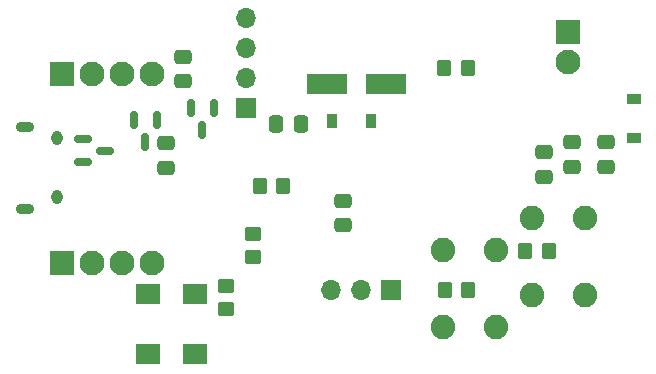
<source format=gbr>
%TF.GenerationSoftware,KiCad,Pcbnew,6.0.11-2627ca5db0~126~ubuntu22.04.1*%
%TF.CreationDate,2023-03-06T02:01:17-05:00*%
%TF.ProjectId,canbus-kline-bridge,63616e62-7573-42d6-9b6c-696e652d6272,1.0*%
%TF.SameCoordinates,Original*%
%TF.FileFunction,Soldermask,Bot*%
%TF.FilePolarity,Negative*%
%FSLAX46Y46*%
G04 Gerber Fmt 4.6, Leading zero omitted, Abs format (unit mm)*
G04 Created by KiCad (PCBNEW 6.0.11-2627ca5db0~126~ubuntu22.04.1) date 2023-03-06 02:01:17*
%MOMM*%
%LPD*%
G01*
G04 APERTURE LIST*
G04 Aperture macros list*
%AMRoundRect*
0 Rectangle with rounded corners*
0 $1 Rounding radius*
0 $2 $3 $4 $5 $6 $7 $8 $9 X,Y pos of 4 corners*
0 Add a 4 corners polygon primitive as box body*
4,1,4,$2,$3,$4,$5,$6,$7,$8,$9,$2,$3,0*
0 Add four circle primitives for the rounded corners*
1,1,$1+$1,$2,$3*
1,1,$1+$1,$4,$5*
1,1,$1+$1,$6,$7*
1,1,$1+$1,$8,$9*
0 Add four rect primitives between the rounded corners*
20,1,$1+$1,$2,$3,$4,$5,0*
20,1,$1+$1,$4,$5,$6,$7,0*
20,1,$1+$1,$6,$7,$8,$9,0*
20,1,$1+$1,$8,$9,$2,$3,0*%
G04 Aperture macros list end*
%ADD10RoundRect,0.250000X0.450000X-0.350000X0.450000X0.350000X-0.450000X0.350000X-0.450000X-0.350000X0*%
%ADD11RoundRect,0.250000X-0.350000X-0.450000X0.350000X-0.450000X0.350000X0.450000X-0.350000X0.450000X0*%
%ADD12R,2.000000X1.800000*%
%ADD13RoundRect,0.250000X-0.450000X0.350000X-0.450000X-0.350000X0.450000X-0.350000X0.450000X0.350000X0*%
%ADD14R,1.700000X1.700000*%
%ADD15O,1.700000X1.700000*%
%ADD16R,2.100000X2.100000*%
%ADD17C,2.100000*%
%ADD18R,1.200000X0.900000*%
%ADD19R,0.900000X1.200000*%
%ADD20R,3.500000X1.800000*%
%ADD21RoundRect,0.250000X-0.475000X0.337500X-0.475000X-0.337500X0.475000X-0.337500X0.475000X0.337500X0*%
%ADD22RoundRect,0.250000X0.475000X-0.337500X0.475000X0.337500X-0.475000X0.337500X-0.475000X-0.337500X0*%
%ADD23C,2.082800*%
%ADD24O,0.950000X1.250000*%
%ADD25O,1.550000X0.890000*%
%ADD26RoundRect,0.250000X-0.337500X-0.475000X0.337500X-0.475000X0.337500X0.475000X-0.337500X0.475000X0*%
%ADD27RoundRect,0.150000X-0.150000X0.587500X-0.150000X-0.587500X0.150000X-0.587500X0.150000X0.587500X0*%
%ADD28RoundRect,0.150000X-0.587500X-0.150000X0.587500X-0.150000X0.587500X0.150000X-0.587500X0.150000X0*%
G04 APERTURE END LIST*
D10*
%TO.C,R8*%
X73570000Y-98020000D03*
X73570000Y-96020000D03*
%TD*%
D11*
%TO.C,R3*%
X76410000Y-87570000D03*
X78410000Y-87570000D03*
%TD*%
D12*
%TO.C,X1*%
X66900000Y-101840000D03*
X66900000Y-96760000D03*
X70900000Y-96760000D03*
X70900000Y-101840000D03*
%TD*%
D13*
%TO.C,R7*%
X75870000Y-91620000D03*
X75870000Y-93620000D03*
%TD*%
D14*
%TO.C,U3*%
X75247300Y-81002600D03*
D15*
X75247300Y-78462600D03*
X75247300Y-75922600D03*
X75247300Y-73382600D03*
%TD*%
D16*
%TO.C,J6*%
X102470000Y-74520000D03*
D17*
X102470000Y-77060000D03*
%TD*%
D11*
%TO.C,R4*%
X92000000Y-77590000D03*
X94000000Y-77590000D03*
%TD*%
D18*
%TO.C,D3*%
X108080000Y-83530000D03*
X108080000Y-80230000D03*
%TD*%
D19*
%TO.C,D2*%
X82550000Y-82070000D03*
X85850000Y-82070000D03*
%TD*%
D20*
%TO.C,D1*%
X87110000Y-78980000D03*
X82110000Y-78980000D03*
%TD*%
D21*
%TO.C,C10*%
X105730000Y-83880000D03*
X105730000Y-85955000D03*
%TD*%
D22*
%TO.C,C9*%
X102800000Y-85970000D03*
X102800000Y-83895000D03*
%TD*%
D21*
%TO.C,C8*%
X100480000Y-84720000D03*
X100480000Y-86795000D03*
%TD*%
D16*
%TO.C,J5*%
X59625000Y-94100000D03*
D17*
X62165000Y-94100000D03*
X64705000Y-94100000D03*
X67245000Y-94100000D03*
%TD*%
D14*
%TO.C,J2*%
X87490000Y-96350000D03*
D15*
X84950000Y-96350000D03*
X82410000Y-96350000D03*
%TD*%
D23*
%TO.C,S1*%
X96435600Y-92998800D03*
X96435600Y-99501200D03*
X91914400Y-92998800D03*
X91914400Y-99501200D03*
%TD*%
D16*
%TO.C,J4*%
X59660000Y-78075000D03*
D17*
X62200000Y-78075000D03*
X64740000Y-78075000D03*
X67280000Y-78075000D03*
%TD*%
D23*
%TO.C,S2*%
X103960600Y-90323800D03*
X103960600Y-96826200D03*
X99439400Y-90323800D03*
X99439400Y-96826200D03*
%TD*%
D24*
%TO.C,J1*%
X59210000Y-83550000D03*
D25*
X56510000Y-82550000D03*
X56510000Y-89550000D03*
D24*
X59210000Y-88550000D03*
%TD*%
D26*
%TO.C,C7*%
X77787500Y-82300000D03*
X79862500Y-82300000D03*
%TD*%
D27*
%TO.C,U1*%
X65775000Y-81987500D03*
X67675000Y-81987500D03*
X66725000Y-83862500D03*
%TD*%
D11*
%TO.C,R1*%
X92050000Y-96360000D03*
X94050000Y-96360000D03*
%TD*%
D22*
%TO.C,C1*%
X83450000Y-90887500D03*
X83450000Y-88812500D03*
%TD*%
%TO.C,C4*%
X69900000Y-78712500D03*
X69900000Y-76637500D03*
%TD*%
D21*
%TO.C,C2*%
X68425000Y-83950000D03*
X68425000Y-86025000D03*
%TD*%
D28*
%TO.C,Q2*%
X61437500Y-85525000D03*
X61437500Y-83625000D03*
X63312500Y-84575000D03*
%TD*%
D27*
%TO.C,Q1*%
X70600000Y-81000000D03*
X72500000Y-81000000D03*
X71550000Y-82875000D03*
%TD*%
D11*
%TO.C,R2*%
X98870000Y-93080000D03*
X100870000Y-93080000D03*
%TD*%
M02*

</source>
